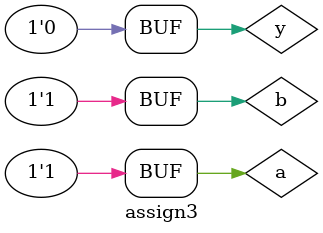
<source format=v>
/*
1.assigns value to the nets(wire).it is typically used outside procedural block(i.e initial,always)
  syntax:-
    assign output_signal=operand1 operator operand2; or
    assign output_signal=input_signal1 operator input_signal2
2.characteristics of continuous assignment:-
  1.L.H.S of continuous assignment must always be net(wire)(1 bit wire type variable,vector(multibit) of wire type,part select of vector,concatination of nets(wire)) type.
  2.L.H.S cannot be register type
  3.continuous assignments are always active i.e assignment expression gets evaluated as soon as one of the R.H.S operand changes and value is assigned to L.H.S
  4.R.H.S of continuous assignment can be of any type i.e register,nets or function call
  5.delays are specified like this ex--> assign #delay_value y=a^b;
*/

//Example-1
module assign1;
  wire y;
  reg a,b;
  //R.H.S of continuous assignment can be wire or reg type
  assign y=a|b;
  initial
    begin
      a=0;b=0;
      #10;
      a=1; b=0;
      #20;
      a=0; b=1;
      #30;
      a=1; b=1;
    end
  initial
    begin
      $dumpfile("assign1.vcd");
      $dumpvars;
    end
endmodule

//Example-2
module assign2;
  wire[3:0] sum;
  wire carry;
  reg [3:0]in1,in2;
  //continuous assignment
  //concatination of two nets->scaler(1 bit wire) and vector(multibit wire)
  assign {carry,sum}=in1+in2;
  
  //inputs
  initial
    begin
      in1=0;
      in2=0;
      #10;
      in1=10;
      in2=10;
      #20;
      in1=20;
      #30;
      in2=50;
    end
  initial $monitor("in1=%0d in2=%0d --> sum=%0d",in1,in2,{carry,sum});
  initial
    begin
      $dumpfile("assign2.vcd");
      $dumpvars;
    end
endmodule

//Example-3 continuous assignment and delays
module assign3;
  reg a,b;
  wire y;
  //whenever any one of the operand on R.H.S changes
  //R.H.S will be computed after 2 time unit delay,then the result will be assigned to L.H.S
  assign #2 y=a^b;
  initial
    begin
      a=0;
      b=0;
      #10;
      a=1;
      b=0;
      #20;
      a=0;
      b=1;
      #20;
      a=1;
      b=1;
    end
  initial
    begin
      $dumpfile("assign3.vcd");
      $dumpvars;
    end
endmodule

</source>
